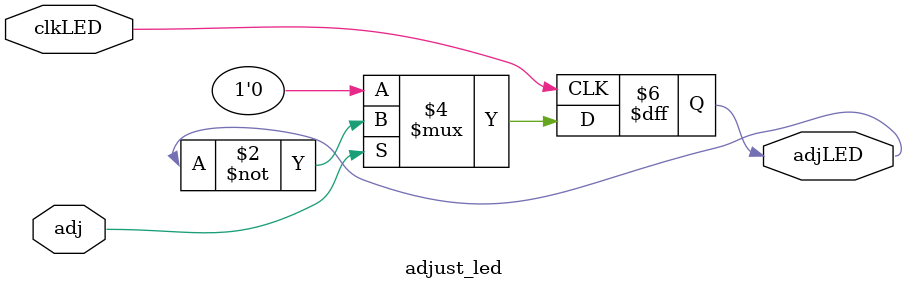
<source format=v>
`timescale 10ns / 1ns


module adjust_led(
    input wire clkLED,
    input wire adj,
    output reg adjLED
    );
    
    always @(posedge clkLED) begin
        if(adj)
        begin
            adjLED <= ~adjLED;
        end
        else
        begin
            adjLED <= 0;
        end
    end
    
endmodule

</source>
